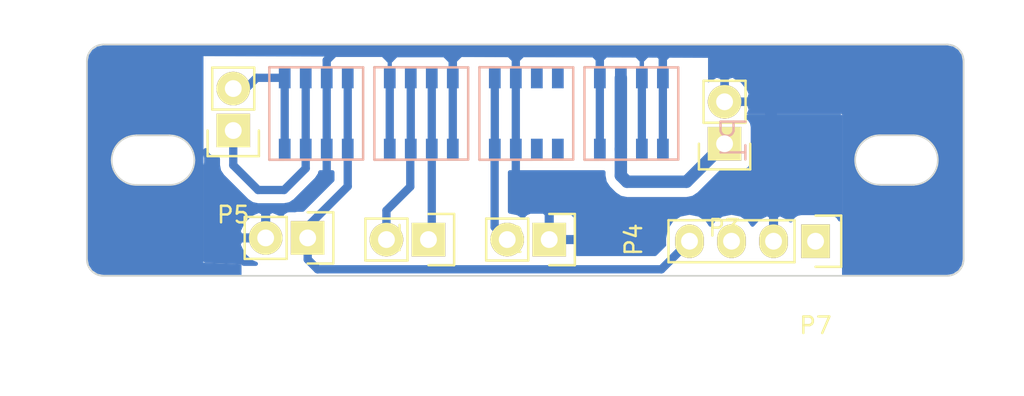
<source format=kicad_pcb>
(kicad_pcb (version 4) (host pcbnew 0.201509121501+6184~30~ubuntu14.04.1-product)

  (general
    (links 34)
    (no_connects 2)
    (area 113 112.3 174.900001 136.300001)
    (thickness 1.6)
    (drawings 96)
    (tracks 94)
    (zones 0)
    (modules 7)
    (nets 13)
  )

  (page A4)
  (layers
    (0 F.Cu signal)
    (31 B.Cu signal)
    (32 B.Adhes user)
    (33 F.Adhes user)
    (34 B.Paste user)
    (35 F.Paste user)
    (36 B.SilkS user)
    (37 F.SilkS user)
    (38 B.Mask user)
    (39 F.Mask user)
    (40 Dwgs.User user hide)
    (41 Cmts.User user hide)
    (42 Eco1.User user)
    (43 Eco2.User user)
    (44 Edge.Cuts user)
    (45 Margin user)
    (46 B.CrtYd user)
    (47 F.CrtYd user)
    (48 B.Fab user)
    (49 F.Fab user)
  )

  (setup
    (last_trace_width 0.254)
    (trace_clearance 0.254)
    (zone_clearance 0.55)
    (zone_45_only yes)
    (trace_min 0.254)
    (segment_width 0.2)
    (edge_width 0.1)
    (via_size 0.889)
    (via_drill 0.635)
    (via_min_size 0.889)
    (via_min_drill 0.508)
    (uvia_size 0.508)
    (uvia_drill 0.127)
    (uvias_allowed no)
    (uvia_min_size 0.508)
    (uvia_min_drill 0.127)
    (pcb_text_width 0.3)
    (pcb_text_size 1.5 1.5)
    (mod_edge_width 0.15)
    (mod_text_size 1 1)
    (mod_text_width 0.15)
    (pad_size 1.5 1.5)
    (pad_drill 0.6)
    (pad_to_mask_clearance 0)
    (aux_axis_origin 117.7 129.6)
    (visible_elements FFFFFF7F)
    (pcbplotparams
      (layerselection 0x01000_80000001)
      (usegerberextensions false)
      (excludeedgelayer true)
      (linewidth 0.100000)
      (plotframeref false)
      (viasonmask false)
      (mode 1)
      (useauxorigin true)
      (hpglpennumber 1)
      (hpglpenspeed 20)
      (hpglpendiameter 15)
      (hpglpenoverlay 2)
      (psnegative false)
      (psa4output false)
      (plotreference true)
      (plotvalue true)
      (plotinvisibletext false)
      (padsonsilk false)
      (subtractmaskfromsilk false)
      (outputformat 1)
      (mirror false)
      (drillshape 0)
      (scaleselection 1)
      (outputdirectory manufacturing))
  )

  (net 0 "")
  (net 1 "Net-(P1-Pad3)")
  (net 2 "Net-(P1-Pad5)")
  (net 3 "Net-(P1-Pad13)")
  (net 4 "Net-(P1-Pad6)")
  (net 5 "Net-(P1-Pad10)")
  (net 6 "Net-(P1-Pad11)")
  (net 7 "Net-(P1-Pad15)")
  (net 8 "Net-(P1-Pad8)")
  (net 9 "Net-(P1-Pad16)")
  (net 10 GND)
  (net 11 "Net-(P7-Pad1)")
  (net 12 "Net-(P7-Pad3)")

  (net_class Default "This is the default net class."
    (clearance 0.254)
    (trace_width 0.254)
    (via_dia 0.889)
    (via_drill 0.635)
    (uvia_dia 0.508)
    (uvia_drill 0.127)
  )

  (net_class 3A ""
    (clearance 0.51)
    (trace_width 0.75)
    (via_dia 0.889)
    (via_drill 0.635)
    (uvia_dia 0.508)
    (uvia_drill 0.127)
    (add_net "Net-(P1-Pad3)")
  )

  (net_class thicker ""
    (clearance 0.51)
    (trace_width 0.5)
    (via_dia 0.889)
    (via_drill 0.635)
    (uvia_dia 0.508)
    (uvia_drill 0.127)
    (add_net GND)
    (add_net "Net-(P1-Pad10)")
    (add_net "Net-(P1-Pad11)")
    (add_net "Net-(P1-Pad13)")
    (add_net "Net-(P1-Pad15)")
    (add_net "Net-(P1-Pad16)")
    (add_net "Net-(P1-Pad5)")
    (add_net "Net-(P1-Pad6)")
    (add_net "Net-(P1-Pad8)")
    (add_net "Net-(P7-Pad1)")
    (add_net "Net-(P7-Pad3)")
  )

  (module fabtotum_head_connector:IntegratedBourns_nomotor_smd (layer B.Cu) (tedit 55D5D021) (tstamp 55D5E6E2)
    (at 153 121.35 90)
    (path /55D5A6B0)
    (fp_text reference P1 (at 0.58 4.37 270) (layer B.SilkS)
      (effects (font (size 1.5 1.5) (thickness 0.15)) (justify mirror))
    )
    (fp_text value FABTOTUM_HEAD_NOMOTOR_CONNECTOR (at -4.4 -6.3 360) (layer B.Fab)
      (effects (font (size 1.5 1.5) (thickness 0.15)) (justify mirror))
    )
    (fp_line (start 4.97 1) (end -0.61 1) (layer B.SilkS) (width 0.15))
    (fp_line (start 4.97 -5.35) (end -0.61 -5.35) (layer B.SilkS) (width 0.15))
    (fp_line (start 4.97 -11.7) (end -0.61 -11.7) (layer B.SilkS) (width 0.15))
    (fp_line (start 4.97 -18.05) (end -0.61 -18.05) (layer B.SilkS) (width 0.15))
    (fp_line (start -0.61 0.99) (end -0.62 -4.67) (layer B.SilkS) (width 0.15))
    (fp_line (start -0.61 -5.36) (end -0.62 -11.02) (layer B.SilkS) (width 0.15))
    (fp_line (start -0.61 -11.71) (end -0.62 -17.37) (layer B.SilkS) (width 0.15))
    (fp_line (start -0.61 -18.06) (end -0.62 -23.72) (layer B.SilkS) (width 0.15))
    (fp_line (start 4.98 -4.67) (end 4.97 1) (layer B.SilkS) (width 0.15))
    (fp_line (start 4.98 -11.02) (end 4.97 -5.35) (layer B.SilkS) (width 0.15))
    (fp_line (start 4.98 -17.37) (end 4.97 -11.7) (layer B.SilkS) (width 0.15))
    (fp_line (start 4.98 -23.72) (end 4.97 -18.05) (layer B.SilkS) (width 0.15))
    (fp_line (start -0.62 -4.67) (end 4.98 -4.67) (layer B.SilkS) (width 0.15))
    (fp_line (start -0.62 -11.02) (end 4.98 -11.02) (layer B.SilkS) (width 0.15))
    (fp_line (start -0.62 -17.37) (end 4.98 -17.37) (layer B.SilkS) (width 0.15))
    (fp_line (start -0.62 -23.72) (end 4.98 -23.72) (layer B.SilkS) (width 0.15))
    (pad 1 smd rect (at 0.02 0.07 90) (size 1.27 0.71) (layers B.Cu B.Paste B.Mask)
      (net 10 GND))
    (pad 5 smd rect (at 0.02 -6.28 90) (size 1.27 0.71) (layers B.Cu B.Paste B.Mask)
      (net 2 "Net-(P1-Pad5)"))
    (pad 9 smd rect (at 0.02 -12.63 90) (size 1.27 0.71) (layers B.Cu B.Paste B.Mask)
      (net 10 GND))
    (pad 13 smd rect (at 0.02 -18.98 90) (size 1.27 0.71) (layers B.Cu B.Paste B.Mask)
      (net 3 "Net-(P1-Pad13)"))
    (pad 2 smd rect (at 0.02 -1.2 90) (size 1.27 0.71) (layers B.Cu B.Paste B.Mask)
      (net 10 GND))
    (pad 6 smd rect (at 0.02 -7.55 90) (size 1.27 0.71) (layers B.Cu B.Paste B.Mask)
      (net 4 "Net-(P1-Pad6)"))
    (pad 10 smd rect (at 0.02 -13.9 90) (size 1.27 0.71) (layers B.Cu B.Paste B.Mask)
      (net 5 "Net-(P1-Pad10)"))
    (pad 14 smd rect (at 0.02 -20.25 90) (size 1.27 0.71) (layers B.Cu B.Paste B.Mask)
      (net 10 GND))
    (pad 3 smd rect (at 0.02 -2.47 90) (size 1.27 0.71) (layers B.Cu B.Paste B.Mask)
      (net 1 "Net-(P1-Pad3)"))
    (pad 7 smd rect (at 0.02 -8.82 90) (size 1.27 0.71) (layers B.Cu B.Paste B.Mask)
      (net 10 GND))
    (pad 11 smd rect (at 0.02 -15.17 90) (size 1.27 0.71) (layers B.Cu B.Paste B.Mask)
      (net 6 "Net-(P1-Pad11)"))
    (pad 15 smd rect (at 0.02 -21.52 90) (size 1.27 0.71) (layers B.Cu B.Paste B.Mask)
      (net 7 "Net-(P1-Pad15)"))
    (pad 4 smd rect (at 0.02 -3.74 90) (size 1.27 0.71) (layers B.Cu B.Paste B.Mask)
      (net 10 GND))
    (pad 8 smd rect (at 0.02 -10.09 90) (size 1.27 0.71) (layers B.Cu B.Paste B.Mask)
      (net 8 "Net-(P1-Pad8)"))
    (pad 12 smd rect (at 0.02 -16.44 90) (size 1.27 0.71) (layers B.Cu B.Paste B.Mask)
      (net 10 GND))
    (pad 16 smd rect (at 0.02 -22.79 90) (size 1.27 0.71) (layers B.Cu B.Paste B.Mask)
      (net 9 "Net-(P1-Pad16)"))
    (pad 1 smd rect (at 4.34 0.07 90) (size 1.27 0.71) (layers B.Cu B.Paste B.Mask)
      (net 10 GND))
    (pad 5 smd rect (at 4.34 -6.28 90) (size 1.27 0.71) (layers B.Cu B.Paste B.Mask)
      (net 2 "Net-(P1-Pad5)"))
    (pad 9 smd rect (at 4.34 -12.63 90) (size 1.27 0.71) (layers B.Cu B.Paste B.Mask)
      (net 10 GND))
    (pad 13 smd rect (at 4.34 -18.98 90) (size 1.27 0.71) (layers B.Cu B.Paste B.Mask)
      (net 3 "Net-(P1-Pad13)"))
    (pad 2 smd rect (at 4.34 -1.2 90) (size 1.27 0.71) (layers B.Cu B.Paste B.Mask)
      (net 10 GND))
    (pad 6 smd rect (at 4.34 -7.55 90) (size 1.27 0.71) (layers B.Cu B.Paste B.Mask)
      (net 4 "Net-(P1-Pad6)"))
    (pad 10 smd rect (at 4.34 -13.9 90) (size 1.27 0.71) (layers B.Cu B.Paste B.Mask)
      (net 5 "Net-(P1-Pad10)"))
    (pad 14 smd rect (at 4.34 -20.25 90) (size 1.27 0.71) (layers B.Cu B.Paste B.Mask)
      (net 10 GND))
    (pad 3 smd rect (at 4.34 -2.47 90) (size 1.27 0.71) (layers B.Cu B.Paste B.Mask)
      (net 1 "Net-(P1-Pad3)"))
    (pad 7 smd rect (at 4.34 -8.82 90) (size 1.27 0.71) (layers B.Cu B.Paste B.Mask)
      (net 10 GND))
    (pad 11 smd rect (at 4.34 -15.17 90) (size 1.27 0.71) (layers B.Cu B.Paste B.Mask)
      (net 6 "Net-(P1-Pad11)"))
    (pad 15 smd rect (at 4.34 -21.52 90) (size 1.27 0.71) (layers B.Cu B.Paste B.Mask)
      (net 7 "Net-(P1-Pad15)"))
    (pad 4 smd rect (at 4.34 -3.74 90) (size 1.27 0.71) (layers B.Cu B.Paste B.Mask)
      (net 10 GND))
    (pad 8 smd rect (at 4.34 -10.09 90) (size 1.27 0.71) (layers B.Cu B.Paste B.Mask)
      (net 8 "Net-(P1-Pad8)"))
    (pad 12 smd rect (at 4.34 -16.44 90) (size 1.27 0.71) (layers B.Cu B.Paste B.Mask)
      (net 10 GND))
    (pad 16 smd rect (at 4.34 -22.79 90) (size 1.27 0.71) (layers B.Cu B.Paste B.Mask)
      (net 9 "Net-(P1-Pad16)"))
    (model /store/kicad_projects/FABHeadLibraries/fabtotum_head_connector.pretty/IntegratedBourns_4.wrl
      (at (xyz 0 0 0))
      (scale (xyz 0.3937 0.3937 0.3937))
      (rotate (xyz 0 0 0))
    )
  )

  (module Pin_Headers:Pin_Header_Straight_1x02 (layer F.Cu) (tedit 55F54464) (tstamp 55D5CFD2)
    (at 131.6 126.7 270)
    (descr "Through hole pin header")
    (tags "pin header")
    (path /55D5ADDB)
    (fp_text reference P2 (at 0 -5.1 270) (layer F.SilkS)
      (effects (font (size 1 1) (thickness 0.15)))
    )
    (fp_text value FAN (at 0.39 5.12 270) (layer F.Fab)
      (effects (font (size 1 1) (thickness 0.15)))
    )
    (fp_line (start 1.27 1.27) (end 1.27 3.81) (layer F.SilkS) (width 0.15))
    (fp_line (start 1.55 -1.55) (end 1.55 0) (layer F.SilkS) (width 0.15))
    (fp_line (start -1.75 -1.75) (end -1.75 4.3) (layer F.CrtYd) (width 0.05))
    (fp_line (start 1.75 -1.75) (end 1.75 4.3) (layer F.CrtYd) (width 0.05))
    (fp_line (start -1.75 -1.75) (end 1.75 -1.75) (layer F.CrtYd) (width 0.05))
    (fp_line (start -1.75 4.3) (end 1.75 4.3) (layer F.CrtYd) (width 0.05))
    (fp_line (start 1.27 1.27) (end -1.27 1.27) (layer F.SilkS) (width 0.15))
    (fp_line (start -1.55 0) (end -1.55 -1.55) (layer F.SilkS) (width 0.15))
    (fp_line (start -1.55 -1.55) (end 1.55 -1.55) (layer F.SilkS) (width 0.15))
    (fp_line (start -1.27 1.27) (end -1.27 3.81) (layer F.SilkS) (width 0.15))
    (fp_line (start -1.27 3.81) (end 1.27 3.81) (layer F.SilkS) (width 0.15))
    (pad 1 thru_hole rect (at 0 0 270) (size 2.032 2.032) (drill 1.016) (layers *.Cu *.Mask F.SilkS)
      (net 3 "Net-(P1-Pad13)"))
    (pad 2 thru_hole oval (at 0 2.54 270) (size 2.032 2.032) (drill 1.016) (layers *.Cu *.Mask F.SilkS)
      (net 10 GND))
    (model Pin_Headers/Pin_Header_Straight_1x02.wrl
      (at (xyz 0 -0.05 0))
      (scale (xyz 1 1 1))
      (rotate (xyz 0 0 90))
    )
  )

  (module Pin_Headers:Pin_Header_Straight_1x02 (layer F.Cu) (tedit 55F5448B) (tstamp 55D5CFE3)
    (at 156.8 121 180)
    (descr "Through hole pin header")
    (tags "pin header")
    (path /55D5AA1B)
    (fp_text reference P3 (at 0 -5.1 180) (layer F.SilkS)
      (effects (font (size 1 1) (thickness 0.15)))
    )
    (fp_text value HEATER (at -4.8 4.28 180) (layer F.Fab)
      (effects (font (size 1 1) (thickness 0.15)))
    )
    (fp_line (start 1.27 1.27) (end 1.27 3.81) (layer F.SilkS) (width 0.15))
    (fp_line (start 1.55 -1.55) (end 1.55 0) (layer F.SilkS) (width 0.15))
    (fp_line (start -1.75 -1.75) (end -1.75 4.3) (layer F.CrtYd) (width 0.05))
    (fp_line (start 1.75 -1.75) (end 1.75 4.3) (layer F.CrtYd) (width 0.05))
    (fp_line (start -1.75 -1.75) (end 1.75 -1.75) (layer F.CrtYd) (width 0.05))
    (fp_line (start -1.75 4.3) (end 1.75 4.3) (layer F.CrtYd) (width 0.05))
    (fp_line (start 1.27 1.27) (end -1.27 1.27) (layer F.SilkS) (width 0.15))
    (fp_line (start -1.55 0) (end -1.55 -1.55) (layer F.SilkS) (width 0.15))
    (fp_line (start -1.55 -1.55) (end 1.55 -1.55) (layer F.SilkS) (width 0.15))
    (fp_line (start -1.27 1.27) (end -1.27 3.81) (layer F.SilkS) (width 0.15))
    (fp_line (start -1.27 3.81) (end 1.27 3.81) (layer F.SilkS) (width 0.15))
    (pad 1 thru_hole rect (at 0 0 180) (size 2.032 2.032) (drill 1.016) (layers *.Cu *.Mask F.SilkS)
      (net 1 "Net-(P1-Pad3)"))
    (pad 2 thru_hole oval (at 0 2.54 180) (size 2.032 2.032) (drill 1.016) (layers *.Cu *.Mask F.SilkS)
      (net 10 GND))
    (model Pin_Headers/Pin_Header_Straight_1x02.wrl
      (at (xyz 0 -0.05 0))
      (scale (xyz 1 1 1))
      (rotate (xyz 0 0 90))
    )
  )

  (module Pin_Headers:Pin_Header_Straight_1x02 (layer F.Cu) (tedit 55F54483) (tstamp 55D5CFF4)
    (at 146.2 126.8 270)
    (descr "Through hole pin header")
    (tags "pin header")
    (path /55D5AB48)
    (fp_text reference P4 (at 0 -5.1 270) (layer F.SilkS)
      (effects (font (size 1 1) (thickness 0.15)))
    )
    (fp_text value BLOWER (at -1.35 4.5 270) (layer F.Fab)
      (effects (font (size 1 1) (thickness 0.15)))
    )
    (fp_line (start 1.27 1.27) (end 1.27 3.81) (layer F.SilkS) (width 0.15))
    (fp_line (start 1.55 -1.55) (end 1.55 0) (layer F.SilkS) (width 0.15))
    (fp_line (start -1.75 -1.75) (end -1.75 4.3) (layer F.CrtYd) (width 0.05))
    (fp_line (start 1.75 -1.75) (end 1.75 4.3) (layer F.CrtYd) (width 0.05))
    (fp_line (start -1.75 -1.75) (end 1.75 -1.75) (layer F.CrtYd) (width 0.05))
    (fp_line (start -1.75 4.3) (end 1.75 4.3) (layer F.CrtYd) (width 0.05))
    (fp_line (start 1.27 1.27) (end -1.27 1.27) (layer F.SilkS) (width 0.15))
    (fp_line (start -1.55 0) (end -1.55 -1.55) (layer F.SilkS) (width 0.15))
    (fp_line (start -1.55 -1.55) (end 1.55 -1.55) (layer F.SilkS) (width 0.15))
    (fp_line (start -1.27 1.27) (end -1.27 3.81) (layer F.SilkS) (width 0.15))
    (fp_line (start -1.27 3.81) (end 1.27 3.81) (layer F.SilkS) (width 0.15))
    (pad 1 thru_hole rect (at 0 0 270) (size 2.032 2.032) (drill 1.016) (layers *.Cu *.Mask F.SilkS)
      (net 10 GND))
    (pad 2 thru_hole oval (at 0 2.54 270) (size 2.032 2.032) (drill 1.016) (layers *.Cu *.Mask F.SilkS)
      (net 8 "Net-(P1-Pad8)"))
    (model Pin_Headers/Pin_Header_Straight_1x02.wrl
      (at (xyz 0 -0.05 0))
      (scale (xyz 1 1 1))
      (rotate (xyz 0 0 90))
    )
  )

  (module Pin_Headers:Pin_Header_Straight_1x02 (layer F.Cu) (tedit 55F54458) (tstamp 55D5D005)
    (at 127.1 120.2 180)
    (descr "Through hole pin header")
    (tags "pin header")
    (path /55D5ACC0)
    (fp_text reference P5 (at 0 -5.1 180) (layer F.SilkS)
      (effects (font (size 1 1) (thickness 0.15)))
    )
    (fp_text value THERMISTOR (at 3.57 -4.02 180) (layer F.Fab)
      (effects (font (size 1 1) (thickness 0.15)))
    )
    (fp_line (start 1.27 1.27) (end 1.27 3.81) (layer F.SilkS) (width 0.15))
    (fp_line (start 1.55 -1.55) (end 1.55 0) (layer F.SilkS) (width 0.15))
    (fp_line (start -1.75 -1.75) (end -1.75 4.3) (layer F.CrtYd) (width 0.05))
    (fp_line (start 1.75 -1.75) (end 1.75 4.3) (layer F.CrtYd) (width 0.05))
    (fp_line (start -1.75 -1.75) (end 1.75 -1.75) (layer F.CrtYd) (width 0.05))
    (fp_line (start -1.75 4.3) (end 1.75 4.3) (layer F.CrtYd) (width 0.05))
    (fp_line (start 1.27 1.27) (end -1.27 1.27) (layer F.SilkS) (width 0.15))
    (fp_line (start -1.55 0) (end -1.55 -1.55) (layer F.SilkS) (width 0.15))
    (fp_line (start -1.55 -1.55) (end 1.55 -1.55) (layer F.SilkS) (width 0.15))
    (fp_line (start -1.27 1.27) (end -1.27 3.81) (layer F.SilkS) (width 0.15))
    (fp_line (start -1.27 3.81) (end 1.27 3.81) (layer F.SilkS) (width 0.15))
    (pad 1 thru_hole rect (at 0 0 180) (size 2.032 2.032) (drill 1.016) (layers *.Cu *.Mask F.SilkS)
      (net 7 "Net-(P1-Pad15)"))
    (pad 2 thru_hole oval (at 0 2.54 180) (size 2.032 2.032) (drill 1.016) (layers *.Cu *.Mask F.SilkS)
      (net 9 "Net-(P1-Pad16)"))
    (model Pin_Headers/Pin_Header_Straight_1x02.wrl
      (at (xyz 0 -0.05 0))
      (scale (xyz 1 1 1))
      (rotate (xyz 0 0 90))
    )
  )

  (module Pin_Headers:Pin_Header_Straight_1x02 (layer F.Cu) (tedit 55F54476) (tstamp 55D5DB6B)
    (at 138.9 126.8 270)
    (descr "Through hole pin header")
    (tags "pin header")
    (path /55D5D86B)
    (fp_text reference P6 (at 0 -5.1 270) (layer F.SilkS)
      (effects (font (size 1 1) (thickness 0.15)))
    )
    (fp_text value I2C (at -2.73 3.62 270) (layer F.Fab)
      (effects (font (size 1 1) (thickness 0.15)))
    )
    (fp_line (start 1.27 1.27) (end 1.27 3.81) (layer F.SilkS) (width 0.15))
    (fp_line (start 1.55 -1.55) (end 1.55 0) (layer F.SilkS) (width 0.15))
    (fp_line (start -1.75 -1.75) (end -1.75 4.3) (layer F.CrtYd) (width 0.05))
    (fp_line (start 1.75 -1.75) (end 1.75 4.3) (layer F.CrtYd) (width 0.05))
    (fp_line (start -1.75 -1.75) (end 1.75 -1.75) (layer F.CrtYd) (width 0.05))
    (fp_line (start -1.75 4.3) (end 1.75 4.3) (layer F.CrtYd) (width 0.05))
    (fp_line (start 1.27 1.27) (end -1.27 1.27) (layer F.SilkS) (width 0.15))
    (fp_line (start -1.55 0) (end -1.55 -1.55) (layer F.SilkS) (width 0.15))
    (fp_line (start -1.55 -1.55) (end 1.55 -1.55) (layer F.SilkS) (width 0.15))
    (fp_line (start -1.27 1.27) (end -1.27 3.81) (layer F.SilkS) (width 0.15))
    (fp_line (start -1.27 3.81) (end 1.27 3.81) (layer F.SilkS) (width 0.15))
    (pad 1 thru_hole rect (at 0 0 270) (size 2.032 2.032) (drill 1.016) (layers *.Cu *.Mask F.SilkS)
      (net 5 "Net-(P1-Pad10)"))
    (pad 2 thru_hole oval (at 0 2.54 270) (size 2.032 2.032) (drill 1.016) (layers *.Cu *.Mask F.SilkS)
      (net 6 "Net-(P1-Pad11)"))
    (model Pin_Headers/Pin_Header_Straight_1x02.wrl
      (at (xyz 0 -0.05 0))
      (scale (xyz 1 1 1))
      (rotate (xyz 0 0 90))
    )
  )

  (module Socket_Strips:Socket_Strip_Straight_1x04 (layer F.Cu) (tedit 55D5DB4A) (tstamp 55D5DB73)
    (at 162.3 126.9 180)
    (descr "Through hole socket strip")
    (tags "socket strip")
    (path /55D5D925)
    (fp_text reference P7 (at 0 -5.1 180) (layer F.SilkS)
      (effects (font (size 1 1) (thickness 0.15)))
    )
    (fp_text value Arduino_Mini_RAW_GND_RST_VCC (at 0 -3.1 180) (layer F.Fab)
      (effects (font (size 1 1) (thickness 0.15)))
    )
    (fp_line (start -1.75 -1.75) (end -1.75 1.75) (layer F.CrtYd) (width 0.05))
    (fp_line (start 9.4 -1.75) (end 9.4 1.75) (layer F.CrtYd) (width 0.05))
    (fp_line (start -1.75 -1.75) (end 9.4 -1.75) (layer F.CrtYd) (width 0.05))
    (fp_line (start -1.75 1.75) (end 9.4 1.75) (layer F.CrtYd) (width 0.05))
    (fp_line (start 1.27 -1.27) (end 8.89 -1.27) (layer F.SilkS) (width 0.15))
    (fp_line (start 1.27 1.27) (end 8.89 1.27) (layer F.SilkS) (width 0.15))
    (fp_line (start -1.55 1.55) (end 0 1.55) (layer F.SilkS) (width 0.15))
    (fp_line (start 8.89 -1.27) (end 8.89 1.27) (layer F.SilkS) (width 0.15))
    (fp_line (start 1.27 1.27) (end 1.27 -1.27) (layer F.SilkS) (width 0.15))
    (fp_line (start 0 -1.55) (end -1.55 -1.55) (layer F.SilkS) (width 0.15))
    (fp_line (start -1.55 -1.55) (end -1.55 1.55) (layer F.SilkS) (width 0.15))
    (pad 1 thru_hole rect (at 0 0 180) (size 1.7272 2.032) (drill 1.016) (layers *.Cu *.Mask F.SilkS)
      (net 11 "Net-(P7-Pad1)"))
    (pad 2 thru_hole oval (at 2.54 0 180) (size 1.7272 2.032) (drill 1.016) (layers *.Cu *.Mask F.SilkS)
      (net 10 GND))
    (pad 3 thru_hole oval (at 5.08 0 180) (size 1.7272 2.032) (drill 1.016) (layers *.Cu *.Mask F.SilkS)
      (net 12 "Net-(P7-Pad3)"))
    (pad 4 thru_hole oval (at 7.62 0 180) (size 1.7272 2.032) (drill 1.016) (layers *.Cu *.Mask F.SilkS)
      (net 3 "Net-(P1-Pad13)"))
    (model Pin_Headers/Pin_Header_Straight_1x04.wrl
      (at (xyz 0.15 0 0))
      (scale (xyz 1 1 1))
      (rotate (xyz 0 0 180))
    )
  )

  (gr_arc (start 166.1911 121.9836) (end 166.1911 120.4836) (angle -180) (layer Edge.Cuts) (width 0.1) (tstamp 55F51B05))
  (gr_line (start 166.1911 123.4836) (end 168.1911 123.4836) (layer Edge.Cuts) (width 0.1) (tstamp 55F51B04))
  (gr_arc (start 168.1911 121.9836) (end 168.1911 123.4836) (angle -180) (layer Edge.Cuts) (width 0.1) (tstamp 55F51B03))
  (gr_line (start 166.1911 120.4836) (end 168.1911 120.4836) (layer Edge.Cuts) (width 0.1) (tstamp 55F51B02))
  (gr_line (start 158.5111 117.7936) (end 157.7611 117.7936) (layer Dwgs.User) (width 0.1))
  (gr_line (start 157.7611 117.7936) (end 157.7611 122.7936) (layer Dwgs.User) (width 0.1))
  (gr_line (start 157.7611 122.7936) (end 158.5111 122.7936) (layer Dwgs.User) (width 0.1))
  (gr_line (start 158.5111 122.7936) (end 158.5111 117.7936) (layer Dwgs.User) (width 0.1))
  (gr_line (start 159.7811 122.7936) (end 159.7811 117.7936) (layer Dwgs.User) (width 0.1))
  (gr_line (start 159.7811 117.7936) (end 159.0311 117.7936) (layer Dwgs.User) (width 0.1))
  (gr_line (start 159.0311 117.7936) (end 159.0311 122.7936) (layer Dwgs.User) (width 0.1))
  (gr_line (start 159.0311 122.7936) (end 159.7811 122.7936) (layer Dwgs.User) (width 0.1))
  (gr_line (start 130.5711 117.7936) (end 129.8211 117.7936) (layer Dwgs.User) (width 0.1))
  (gr_line (start 129.8211 117.7936) (end 129.8211 122.7936) (layer Dwgs.User) (width 0.1))
  (gr_line (start 129.8211 122.7936) (end 130.5711 122.7936) (layer Dwgs.User) (width 0.1))
  (gr_line (start 130.5711 122.7936) (end 130.5711 117.7936) (layer Dwgs.User) (width 0.1))
  (gr_line (start 131.0911 117.7936) (end 131.0911 122.7936) (layer Dwgs.User) (width 0.1))
  (gr_line (start 131.0911 122.7936) (end 131.8411 122.7936) (layer Dwgs.User) (width 0.1))
  (gr_line (start 131.8411 122.7936) (end 131.8411 117.7936) (layer Dwgs.User) (width 0.1))
  (gr_line (start 131.8411 117.7936) (end 131.0911 117.7936) (layer Dwgs.User) (width 0.1))
  (gr_line (start 134.3811 122.7936) (end 134.3811 117.7936) (layer Dwgs.User) (width 0.1))
  (gr_line (start 134.3811 117.7936) (end 133.6311 117.7936) (layer Dwgs.User) (width 0.1))
  (gr_line (start 133.6311 117.7936) (end 133.6311 122.7936) (layer Dwgs.User) (width 0.1))
  (gr_line (start 133.6311 122.7936) (end 134.3811 122.7936) (layer Dwgs.User) (width 0.1))
  (gr_line (start 132.3611 122.7936) (end 133.1111 122.7936) (layer Dwgs.User) (width 0.1))
  (gr_line (start 133.1111 122.7936) (end 133.1111 117.7936) (layer Dwgs.User) (width 0.1))
  (gr_line (start 133.1111 117.7936) (end 132.3611 117.7936) (layer Dwgs.User) (width 0.1))
  (gr_line (start 132.3611 117.7936) (end 132.3611 122.7936) (layer Dwgs.User) (width 0.1))
  (gr_line (start 136.1711 117.7936) (end 136.1711 122.7936) (layer Dwgs.User) (width 0.1))
  (gr_line (start 136.1711 122.7936) (end 136.9211 122.7936) (layer Dwgs.User) (width 0.1))
  (gr_line (start 136.9211 122.7936) (end 136.9211 117.7936) (layer Dwgs.User) (width 0.1))
  (gr_line (start 136.9211 117.7936) (end 136.1711 117.7936) (layer Dwgs.User) (width 0.1))
  (gr_line (start 153.4311 122.7936) (end 153.4311 117.7936) (layer Dwgs.User) (width 0.1))
  (gr_line (start 153.4311 117.7936) (end 152.6811 117.7936) (layer Dwgs.User) (width 0.1))
  (gr_line (start 152.6811 117.7936) (end 152.6811 122.7936) (layer Dwgs.User) (width 0.1))
  (gr_line (start 152.6811 122.7936) (end 153.4311 122.7936) (layer Dwgs.User) (width 0.1))
  (gr_line (start 151.4111 122.7936) (end 152.1611 122.7936) (layer Dwgs.User) (width 0.1))
  (gr_line (start 152.1611 122.7936) (end 152.1611 117.7936) (layer Dwgs.User) (width 0.1))
  (gr_line (start 152.1611 117.7936) (end 151.4111 117.7936) (layer Dwgs.User) (width 0.1))
  (gr_line (start 151.4111 117.7936) (end 151.4111 122.7936) (layer Dwgs.User) (width 0.1))
  (gr_line (start 155.9711 122.7936) (end 155.9711 117.7936) (layer Dwgs.User) (width 0.1))
  (gr_line (start 155.9711 117.7936) (end 155.2211 117.7936) (layer Dwgs.User) (width 0.1))
  (gr_line (start 155.2211 117.7936) (end 155.2211 122.7936) (layer Dwgs.User) (width 0.1))
  (gr_line (start 155.2211 122.7936) (end 155.9711 122.7936) (layer Dwgs.User) (width 0.1))
  (gr_line (start 157.2411 117.7936) (end 156.4911 117.7936) (layer Dwgs.User) (width 0.1))
  (gr_line (start 156.4911 117.7936) (end 156.4911 122.7936) (layer Dwgs.User) (width 0.1))
  (gr_line (start 156.4911 122.7936) (end 157.2411 122.7936) (layer Dwgs.User) (width 0.1))
  (gr_line (start 157.2411 122.7936) (end 157.2411 117.7936) (layer Dwgs.User) (width 0.1))
  (gr_line (start 142.5211 122.7936) (end 143.2711 122.7936) (layer Dwgs.User) (width 0.1))
  (gr_line (start 143.2711 122.7936) (end 143.2711 117.7936) (layer Dwgs.User) (width 0.1))
  (gr_line (start 143.2711 117.7936) (end 142.5211 117.7936) (layer Dwgs.User) (width 0.1))
  (gr_line (start 142.5211 117.7936) (end 142.5211 122.7936) (layer Dwgs.User) (width 0.1))
  (gr_line (start 138.7111 117.7936) (end 138.7111 122.7936) (layer Dwgs.User) (width 0.1))
  (gr_line (start 138.7111 122.7936) (end 139.4611 122.7936) (layer Dwgs.User) (width 0.1))
  (gr_line (start 139.4611 122.7936) (end 139.4611 117.7936) (layer Dwgs.User) (width 0.1))
  (gr_line (start 139.4611 117.7936) (end 138.7111 117.7936) (layer Dwgs.User) (width 0.1))
  (gr_line (start 139.9811 122.7936) (end 140.7311 122.7936) (layer Dwgs.User) (width 0.1))
  (gr_line (start 140.7311 122.7936) (end 140.7311 117.7936) (layer Dwgs.User) (width 0.1))
  (gr_line (start 140.7311 117.7936) (end 139.9811 117.7936) (layer Dwgs.User) (width 0.1))
  (gr_line (start 139.9811 117.7936) (end 139.9811 122.7936) (layer Dwgs.User) (width 0.1))
  (gr_line (start 137.4411 117.7936) (end 137.4411 122.7936) (layer Dwgs.User) (width 0.1))
  (gr_line (start 137.4411 122.7936) (end 138.1911 122.7936) (layer Dwgs.User) (width 0.1))
  (gr_line (start 138.1911 122.7936) (end 138.1911 117.7936) (layer Dwgs.User) (width 0.1))
  (gr_line (start 138.1911 117.7936) (end 137.4411 117.7936) (layer Dwgs.User) (width 0.1))
  (gr_line (start 143.7911 122.7936) (end 144.5411 122.7936) (layer Dwgs.User) (width 0.1))
  (gr_line (start 144.5411 122.7936) (end 144.5411 117.7936) (layer Dwgs.User) (width 0.1))
  (gr_line (start 144.5411 117.7936) (end 143.7911 117.7936) (layer Dwgs.User) (width 0.1))
  (gr_line (start 143.7911 117.7936) (end 143.7911 122.7936) (layer Dwgs.User) (width 0.1))
  (gr_line (start 145.8111 122.7936) (end 145.8111 117.7936) (layer Dwgs.User) (width 0.1))
  (gr_line (start 145.8111 117.7936) (end 145.0611 117.7936) (layer Dwgs.User) (width 0.1))
  (gr_line (start 145.0611 117.7936) (end 145.0611 122.7936) (layer Dwgs.User) (width 0.1))
  (gr_line (start 145.0611 122.7936) (end 145.8111 122.7936) (layer Dwgs.User) (width 0.1))
  (gr_line (start 146.3311 122.7936) (end 147.0811 122.7936) (layer Dwgs.User) (width 0.1))
  (gr_line (start 147.0811 122.7936) (end 147.0811 117.7936) (layer Dwgs.User) (width 0.1))
  (gr_line (start 147.0811 117.7936) (end 146.3311 117.7936) (layer Dwgs.User) (width 0.1))
  (gr_line (start 146.3311 117.7936) (end 146.3311 122.7936) (layer Dwgs.User) (width 0.1))
  (gr_line (start 149.6211 117.7936) (end 148.8711 117.7936) (layer Dwgs.User) (width 0.1))
  (gr_line (start 148.8711 117.7936) (end 148.8711 122.7936) (layer Dwgs.User) (width 0.1))
  (gr_line (start 148.8711 122.7936) (end 149.6211 122.7936) (layer Dwgs.User) (width 0.1))
  (gr_line (start 149.6211 122.7936) (end 149.6211 117.7936) (layer Dwgs.User) (width 0.1))
  (gr_line (start 150.8911 117.7936) (end 150.1411 117.7936) (layer Dwgs.User) (width 0.1))
  (gr_line (start 150.1411 117.7936) (end 150.1411 122.7936) (layer Dwgs.User) (width 0.1))
  (gr_line (start 150.1411 122.7936) (end 150.8911 122.7936) (layer Dwgs.User) (width 0.1))
  (gr_line (start 150.8911 122.7936) (end 150.8911 117.7936) (layer Dwgs.User) (width 0.1))
  (gr_line (start 121.2511 120.4936) (end 123.2511 120.4936) (layer Edge.Cuts) (width 0.1))
  (gr_arc (start 123.2511 121.9936) (end 123.2511 123.4936) (angle -180) (layer Edge.Cuts) (width 0.1))
  (gr_line (start 121.2511 123.4936) (end 123.2511 123.4936) (layer Edge.Cuts) (width 0.1))
  (gr_arc (start 121.2511 121.9936) (end 121.2511 120.4936) (angle -180) (layer Edge.Cuts) (width 0.1))
  (gr_line (start 170.2511 114.9936) (end 119.2511 114.9936) (layer Edge.Cuts) (width 0.1))
  (gr_arc (start 170.2511 115.9936) (end 171.2511 115.9936) (angle -90) (layer Edge.Cuts) (width 0.1))
  (gr_arc (start 119.2511 115.9936) (end 119.2511 114.9936) (angle -90) (layer Edge.Cuts) (width 0.1))
  (gr_line (start 171.2511 127.9936) (end 171.2511 115.9936) (layer Edge.Cuts) (width 0.1))
  (gr_line (start 118.2511 115.9936) (end 118.2511 127.9936) (layer Edge.Cuts) (width 0.1))
  (gr_arc (start 170.2511 127.9936) (end 170.2511 128.9936) (angle -90) (layer Edge.Cuts) (width 0.1))
  (gr_arc (start 119.2511 127.9936) (end 118.2511 127.9936) (angle -90) (layer Edge.Cuts) (width 0.1))
  (gr_line (start 119.2511 128.9936) (end 170.2511 128.9936) (layer Edge.Cuts) (width 0.1))

  (segment (start 150.53 117.01) (end 150.53 121.33) (width 0.75) (layer B.Cu) (net 1))
  (segment (start 150.53 121.33) (end 150.53 122.93) (width 0.75) (layer B.Cu) (net 1))
  (segment (start 150.53 122.93) (end 150.9 123.3) (width 0.75) (layer B.Cu) (net 1) (tstamp 55D5E977))
  (segment (start 150.9 123.3) (end 154.5 123.3) (width 0.75) (layer B.Cu) (net 1) (tstamp 55D5E97F))
  (segment (start 154.5 123.3) (end 156.8 121) (width 0.75) (layer B.Cu) (net 1) (tstamp 55D5E984))
  (segment (start 156.8 120.64) (end 156.8 121.2) (width 0.254) (layer B.Cu) (net 1))
  (segment (start 131.6 126.7) (end 131.6 128) (width 0.5) (layer B.Cu) (net 3))
  (segment (start 152.98 128.6) (end 154.68 126.9) (width 0.5) (layer B.Cu) (net 3) (tstamp 55D5F20B))
  (segment (start 132.2 128.6) (end 152.98 128.6) (width 0.5) (layer B.Cu) (net 3) (tstamp 55D5F1FF))
  (segment (start 131.6 128) (end 132.2 128.6) (width 0.5) (layer B.Cu) (net 3) (tstamp 55D5F1F8))
  (segment (start 134.02 121.33) (end 134.02 123.58) (width 0.5) (layer B.Cu) (net 3))
  (segment (start 134.02 123.58) (end 131.6 126) (width 0.5) (layer B.Cu) (net 3) (tstamp 55D5F1E8))
  (segment (start 131.6 126) (end 131.6 126.7) (width 0.5) (layer B.Cu) (net 3) (tstamp 55D5F1EB))
  (segment (start 134.02 116.76) (end 134.02 121.08) (width 0.5) (layer B.Cu) (net 3))
  (segment (start 134.02 121.08) (end 134 121.1) (width 0.254) (layer B.Cu) (net 3) (tstamp 55D5E270))
  (segment (start 139.1 121.33) (end 139.1 126.6) (width 0.5) (layer B.Cu) (net 5))
  (segment (start 139.1 126.6) (end 138.9 126.8) (width 0.5) (layer B.Cu) (net 5) (tstamp 55D5F448))
  (segment (start 139.1 116.76) (end 139.1 121.08) (width 0.5) (layer B.Cu) (net 5))
  (segment (start 139.1 121.08) (end 138.9 121.28) (width 0.254) (layer B.Cu) (net 5) (tstamp 55D5E3C4))
  (segment (start 137.83 116.76) (end 137.83 121.08) (width 0.5) (layer B.Cu) (net 6))
  (segment (start 137.83 121.08) (end 137.8 121.11) (width 0.254) (layer B.Cu) (net 6) (tstamp 55D5E3BA))
  (segment (start 137.8 121.11) (end 137.8 123.6) (width 0.5) (layer B.Cu) (net 6) (tstamp 55D5E3BB))
  (segment (start 136.36 125.04) (end 136.36 126.8) (width 0.5) (layer B.Cu) (net 6) (tstamp 55D5E3C0))
  (segment (start 137.8 123.6) (end 136.36 125.04) (width 0.5) (layer B.Cu) (net 6) (tstamp 55D5E3BE))
  (segment (start 131.48 121.33) (end 131.48 122.491642) (width 0.5) (layer B.Cu) (net 7))
  (segment (start 127.1 122.3) (end 127.1 120.2) (width 0.5) (layer B.Cu) (net 7) (tstamp 55D61222))
  (segment (start 128.6 123.8) (end 127.1 122.3) (width 0.5) (layer B.Cu) (net 7) (tstamp 55D6121E))
  (segment (start 130.171642 123.8) (end 128.6 123.8) (width 0.5) (layer B.Cu) (net 7) (tstamp 55D61219))
  (segment (start 131.48 122.491642) (end 130.171642 123.8) (width 0.5) (layer B.Cu) (net 7) (tstamp 55D6120E))
  (segment (start 131.48 121.08) (end 131.48 116.76) (width 0.5) (layer B.Cu) (net 7))
  (segment (start 142.91 116.76) (end 142.91 121.08) (width 0.5) (layer B.Cu) (net 8))
  (segment (start 142.91 121.08) (end 142.9 121.09) (width 0.254) (layer B.Cu) (net 8) (tstamp 55D5E3C8))
  (segment (start 142.9 121.09) (end 142.9 126.04) (width 0.5) (layer B.Cu) (net 8) (tstamp 55D5E3C9))
  (segment (start 142.9 126.04) (end 143.66 126.8) (width 0.5) (layer B.Cu) (net 8) (tstamp 55D5E3CA))
  (segment (start 130.21 117.01) (end 128.51 117.01) (width 0.5) (layer B.Cu) (net 9))
  (segment (start 128.51 117.01) (end 127.86 117.66) (width 0.5) (layer B.Cu) (net 9) (tstamp 55D5E7CA))
  (segment (start 127.86 117.66) (end 127.1 117.66) (width 0.254) (layer B.Cu) (net 9) (tstamp 55D5E7CB))
  (segment (start 130.21 121.08) (end 130.21 116.76) (width 0.5) (layer B.Cu) (net 9))
  (segment (start 132.75 121.33) (end 132.75 122.95) (width 0.5) (layer B.Cu) (net 10))
  (segment (start 129.06 125.14) (end 129.06 126.7) (width 0.5) (layer B.Cu) (net 10) (tstamp 55D6120A))
  (segment (start 129.3 124.9) (end 129.06 125.14) (width 0.5) (layer B.Cu) (net 10) (tstamp 55D61205))
  (segment (start 130.8 124.9) (end 129.3 124.9) (width 0.5) (layer B.Cu) (net 10) (tstamp 55D61201))
  (segment (start 132.75 122.95) (end 130.8 124.9) (width 0.5) (layer B.Cu) (net 10) (tstamp 55D611F6))
  (segment (start 149.26 117.01) (end 149.26 121.310002) (width 0.5) (layer B.Cu) (net 10))
  (segment (start 149.26 121.310002) (end 149.279998 121.33) (width 0.5) (layer B.Cu) (net 10) (tstamp 55D5F53F))
  (segment (start 149.279998 121.33) (end 149.26 121.33) (width 0.5) (layer B.Cu) (net 10) (tstamp 55D5F541))
  (segment (start 159.76 126.9) (end 159.76 119.36) (width 0.5) (layer B.Cu) (net 10))
  (segment (start 159.76 119.36) (end 158.86 118.46) (width 0.5) (layer B.Cu) (net 10) (tstamp 55D5E819))
  (segment (start 158.86 118.46) (end 156.8 118.46) (width 0.5) (layer B.Cu) (net 10) (tstamp 55D5E81C))
  (segment (start 156.8 118.46) (end 156.8 116.3) (width 0.5) (layer B.Cu) (net 10))
  (segment (start 155.6 115.5) (end 153.4 115.5) (width 0.5) (layer B.Cu) (net 10) (tstamp 55D5E733))
  (segment (start 153.4 115.5) (end 153.07 115.83) (width 0.5) (layer B.Cu) (net 10) (tstamp 55D5E3A4))
  (segment (start 153.07 115.83) (end 153.07 116.76) (width 0.5) (layer B.Cu) (net 10) (tstamp 55D5E3A5))
  (segment (start 156.8 116.3) (end 156 115.5) (width 0.5) (layer B.Cu) (net 10) (tstamp 55D5E72F))
  (segment (start 156 115.5) (end 155.6 115.5) (width 0.5) (layer B.Cu) (net 10) (tstamp 55D5E730))
  (segment (start 144.18 121.08) (end 144.18 122.78) (width 0.5) (layer B.Cu) (net 10))
  (segment (start 144.18 122.78) (end 146.2 124.8) (width 0.5) (layer B.Cu) (net 10) (tstamp 55D5E3CE))
  (segment (start 146.2 124.8) (end 146.2 126.8) (width 0.5) (layer B.Cu) (net 10) (tstamp 55D5E3D1))
  (segment (start 149.26 116.76) (end 149.26 115.84) (width 0.5) (layer B.Cu) (net 10))
  (segment (start 149.26 115.84) (end 149.6 115.5) (width 0.5) (layer B.Cu) (net 10) (tstamp 55D5E386))
  (segment (start 149.6 115.5) (end 151.5 115.5) (width 0.5) (layer B.Cu) (net 10) (tstamp 55D5E387))
  (segment (start 151.5 115.5) (end 151.8 115.8) (width 0.5) (layer B.Cu) (net 10) (tstamp 55D5E389))
  (segment (start 151.8 115.8) (end 151.8 116.76) (width 0.254) (layer B.Cu) (net 10) (tstamp 55D5E38A))
  (segment (start 144.18 116.76) (end 144.18 115.88) (width 0.254) (layer B.Cu) (net 10))
  (segment (start 144.18 115.88) (end 144.56 115.5) (width 0.5) (layer B.Cu) (net 10) (tstamp 55D5E37E))
  (segment (start 144.56 115.5) (end 148.9 115.5) (width 0.5) (layer B.Cu) (net 10) (tstamp 55D5E37F))
  (segment (start 148.9 115.5) (end 149.26 115.86) (width 0.5) (layer B.Cu) (net 10) (tstamp 55D5E380))
  (segment (start 149.26 115.86) (end 149.26 116.76) (width 0.5) (layer B.Cu) (net 10) (tstamp 55D5E383))
  (segment (start 132.75 116.76) (end 132.75 121.08) (width 0.5) (layer B.Cu) (net 10))
  (segment (start 132.75 121.08) (end 132.7 121.13) (width 0.254) (layer B.Cu) (net 10) (tstamp 55D5E261))
  (segment (start 132.75 115.95) (end 133.2 115.5) (width 0.5) (layer B.Cu) (net 10) (tstamp 55D5E2EC))
  (segment (start 132.75 116.76) (end 132.75 115.95) (width 0.5) (layer B.Cu) (net 10))
  (segment (start 136.2 115.5) (end 136.56 115.86) (width 0.5) (layer B.Cu) (net 10) (tstamp 55D5E2F1))
  (segment (start 133.2 115.5) (end 136.2 115.5) (width 0.5) (layer B.Cu) (net 10) (tstamp 55D5E2EF))
  (segment (start 136.56 121.08) (end 136.56 116.76) (width 0.5) (layer B.Cu) (net 10))
  (segment (start 136.9 115.52) (end 139.92 115.52) (width 0.5) (layer B.Cu) (net 10) (tstamp 55D5E2FA))
  (segment (start 136.56 115.86) (end 136.9 115.52) (width 0.5) (layer B.Cu) (net 10) (tstamp 55D5E2F9))
  (segment (start 140.37 115.97) (end 140.37 116.76) (width 0.5) (layer B.Cu) (net 10) (tstamp 55D5E301))
  (segment (start 139.92 115.52) (end 140.37 115.97) (width 0.5) (layer B.Cu) (net 10) (tstamp 55D5E2FC))
  (segment (start 136.56 116.76) (end 136.56 115.86) (width 0.254) (layer B.Cu) (net 10))
  (segment (start 140.37 116.76) (end 140.37 121.08) (width 0.5) (layer B.Cu) (net 10))
  (segment (start 140.37 115.93) (end 140.8 115.5) (width 0.5) (layer B.Cu) (net 10) (tstamp 55D5E306))
  (segment (start 140.8 115.5) (end 143.8 115.5) (width 0.5) (layer B.Cu) (net 10) (tstamp 55D5E30A))
  (segment (start 143.8 115.5) (end 144.18 115.88) (width 0.5) (layer B.Cu) (net 10) (tstamp 55D5E30D))
  (segment (start 140.37 116.76) (end 140.37 115.93) (width 0.5) (layer B.Cu) (net 10))
  (segment (start 144.18 115.88) (end 144.18 121.08) (width 0.5) (layer B.Cu) (net 10) (tstamp 55D5E30F))
  (segment (start 151.8 116.76) (end 151.8 121.08) (width 0.5) (layer B.Cu) (net 10) (tstamp 55D5E321))
  (segment (start 151.7 116.66) (end 151.8 116.76) (width 0.254) (layer B.Cu) (net 10) (tstamp 55D5E320))
  (segment (start 151.8 115.8) (end 152.1 115.5) (width 0.5) (layer B.Cu) (net 10) (tstamp 55D5E337))
  (segment (start 152.1 115.5) (end 152.8 115.5) (width 0.5) (layer B.Cu) (net 10) (tstamp 55D5E339))
  (segment (start 152.8 115.5) (end 153.07 115.77) (width 0.5) (layer B.Cu) (net 10) (tstamp 55D5E33A))
  (segment (start 153.07 115.77) (end 153.07 116.76) (width 0.5) (layer B.Cu) (net 10) (tstamp 55D5E33C))
  (segment (start 151.8 116.76) (end 151.8 115.8) (width 0.254) (layer B.Cu) (net 10))
  (segment (start 153.07 121.08) (end 153.07 116.76) (width 0.5) (layer B.Cu) (net 10))

  (zone (net 0) (net_name "") (layer B.Cu) (tstamp 55D5E4F0) (hatch edge 0.508)
    (connect_pads (clearance 0.508))
    (min_thickness 0.254)
    (keepout (tracks allowed) (vias allowed) (copperpour not_allowed))
    (fill (arc_segments 16) (thermal_gap 0.508) (thermal_bridge_width 0.508))
    (polygon
      (pts
        (xy 154.3 122.6) (xy 128.9 122.6) (xy 128.9 115.9) (xy 154.3 115.9)
      )
    )
  )
  (zone (net 10) (net_name GND) (layer B.Cu) (tstamp 55D5EF6D) (hatch edge 0.508)
    (connect_pads (clearance 0.55))
    (min_thickness 0.254)
    (fill yes (arc_segments 16) (thermal_gap 0.55) (thermal_bridge_width 0.55))
    (polygon
      (pts
        (xy 174.9 136.3) (xy 164 136.3) (xy 164 134.489965) (xy 116.6 134.9) (xy 116.760869 131.2)
        (xy 116 131.2) (xy 115.9 113.6) (xy 174.9 113.6)
      )
    )
    (filled_polygon
      (pts
        (xy 133.093 123.196024) (xy 131.295287 124.993737) (xy 130.584 124.993737) (xy 130.325862 125.043822) (xy 130.098983 125.192857)
        (xy 130.012055 125.321636) (xy 129.931582 125.248578) (xy 129.470008 125.057397) (xy 129.208 125.183455) (xy 129.208 126.552)
        (xy 129.228 126.552) (xy 129.228 126.848) (xy 129.208 126.848) (xy 129.208 126.868) (xy 128.912 126.868)
        (xy 128.912 126.848) (xy 128.912 126.552) (xy 128.912 125.183455) (xy 128.649992 125.057397) (xy 128.188418 125.248578)
        (xy 127.699328 125.692601) (xy 127.417388 126.289991) (xy 127.542722 126.552) (xy 128.912 126.552) (xy 128.912 126.848)
        (xy 127.542722 126.848) (xy 127.417388 127.110009) (xy 127.699328 127.707399) (xy 128.188418 128.151422) (xy 128.466495 128.2666)
        (xy 127.727 128.2666) (xy 127.727 128.178402) (xy 125.427 128.078402) (xy 125.427 122.3221) (xy 125.464131 122.135431)
        (xy 125.464131 121.851769) (xy 125.427 121.665099) (xy 125.427 121.387437) (xy 125.443822 121.474138) (xy 125.592857 121.701017)
        (xy 125.817848 121.852888) (xy 126.084 121.906263) (xy 126.173 121.906263) (xy 126.173 122.3) (xy 126.243564 122.654748)
        (xy 126.444512 122.955488) (xy 127.944512 124.455488) (xy 128.245252 124.656436) (xy 128.245253 124.656436) (xy 128.6 124.727)
        (xy 130.171642 124.727) (xy 130.526389 124.656436) (xy 130.52639 124.656436) (xy 130.82713 124.455488) (xy 132.135488 123.14713)
        (xy 132.336436 122.84639) (xy 132.336437 122.846389) (xy 132.360184 122.727) (xy 133.093 122.727) (xy 133.093 123.196024)
      )
    )
    (filled_polygon
      (pts
        (xy 163.773 125.579008) (xy 163.654743 125.398983) (xy 163.429752 125.247112) (xy 163.1636 125.193737) (xy 161.4364 125.193737)
        (xy 161.178262 125.243822) (xy 160.951383 125.392857) (xy 160.799512 125.617848) (xy 160.794976 125.640463) (xy 160.669225 125.503644)
        (xy 160.146066 125.256157) (xy 159.908 125.38426) (xy 159.908 126.752) (xy 159.928 126.752) (xy 159.928 127.048)
        (xy 159.908 127.048) (xy 159.908 127.068) (xy 159.612 127.068) (xy 159.612 127.048) (xy 159.592 127.048)
        (xy 159.592 126.752) (xy 159.612 126.752) (xy 159.612 125.38426) (xy 159.373934 125.256157) (xy 158.850775 125.503644)
        (xy 158.490299 125.895844) (xy 158.309369 125.625063) (xy 157.809562 125.291103) (xy 157.22 125.173832) (xy 156.630438 125.291103)
        (xy 156.130631 125.625063) (xy 155.95 125.895396) (xy 155.769369 125.625063) (xy 155.269562 125.291103) (xy 154.68 125.173832)
        (xy 154.090438 125.291103) (xy 153.590631 125.625063) (xy 153.256671 126.12487) (xy 153.1394 126.714432) (xy 153.1394 127.085568)
        (xy 153.146709 127.122314) (xy 152.596024 127.673) (xy 147.893 127.673) (xy 147.893 127.11725) (xy 147.893 126.48275)
        (xy 147.893 125.649336) (xy 147.789933 125.40051) (xy 147.599489 125.210067) (xy 147.350663 125.107) (xy 147.081336 125.107)
        (xy 146.51725 125.107) (xy 146.348 125.27625) (xy 146.348 126.652) (xy 147.72375 126.652) (xy 147.893 126.48275)
        (xy 147.893 127.11725) (xy 147.72375 126.948) (xy 146.348 126.948) (xy 146.348 126.968) (xy 146.052 126.968)
        (xy 146.052 126.948) (xy 146.032 126.948) (xy 146.032 126.652) (xy 146.052 126.652) (xy 146.052 125.27625)
        (xy 145.88275 125.107) (xy 145.318664 125.107) (xy 145.049337 125.107) (xy 144.800511 125.210067) (xy 144.610067 125.40051)
        (xy 144.608734 125.403726) (xy 144.307883 125.202704) (xy 143.827 125.10705) (xy 143.827 122.727) (xy 149.478 122.727)
        (xy 149.478 122.93) (xy 149.558079 123.332583) (xy 149.786124 123.673876) (xy 150.156124 124.043876) (xy 150.497417 124.271921)
        (xy 150.9 124.352) (xy 154.5 124.352) (xy 154.902583 124.271921) (xy 155.243876 124.043876) (xy 156.581489 122.706263)
        (xy 157.816 122.706263) (xy 158.074138 122.656178) (xy 158.301017 122.507143) (xy 158.452888 122.282152) (xy 158.506263 122.016)
        (xy 158.506263 119.984) (xy 158.456178 119.725862) (xy 158.307143 119.498983) (xy 158.178363 119.412055) (xy 158.251422 119.331582)
        (xy 158.253319 119.327) (xy 163.773 119.327) (xy 163.773 124.6) (xy 163.773 125.579008)
      )
    )
  )
  (zone (net 10) (net_name GND) (layer B.Cu) (tstamp 55D5F0BE) (hatch edge 0.508)
    (priority 1)
    (connect_pads (clearance 0))
    (min_thickness 0.03)
    (fill yes (arc_segments 16) (thermal_gap 0.508) (thermal_bridge_width 0.508))
    (polygon
      (pts
        (xy 172.5 112.3) (xy 172.5 132.2) (xy 163.9 132.2) (xy 163.9 124.6) (xy 163.9 119.2)
        (xy 155.8 119.2) (xy 155.8 115.8) (xy 125.3 115.7) (xy 125.3 128.2) (xy 127.6 128.3)
        (xy 127.6 131.3) (xy 113 131.3) (xy 113 112.3)
      )
    )
    (filled_polygon
      (pts
        (xy 171.1861 127.987198) (xy 171.113751 128.35092) (xy 170.911343 128.653846) (xy 170.60842 128.856251) (xy 170.244698 128.9286)
        (xy 169.714851 128.9286) (xy 169.714851 122.006281) (xy 169.714851 121.980919) (xy 169.60067 121.406894) (xy 169.590965 121.383463)
        (xy 169.265806 120.896828) (xy 169.247872 120.878895) (xy 168.761237 120.553735) (xy 168.737806 120.54403) (xy 168.303783 120.457697)
        (xy 168.297062 120.447638) (xy 168.275974 120.433548) (xy 168.2511 120.4286) (xy 166.2511 120.4286) (xy 166.244821 120.429849)
        (xy 166.238419 120.429849) (xy 165.664394 120.54403) (xy 165.640963 120.553735) (xy 165.154328 120.878894) (xy 165.136395 120.896828)
        (xy 164.811235 121.383463) (xy 164.80153 121.406894) (xy 164.687349 121.980919) (xy 164.687349 121.98092) (xy 164.687349 122.00628)
        (xy 164.687349 122.006281) (xy 164.80153 122.580306) (xy 164.811235 122.603737) (xy 165.136395 123.090372) (xy 165.154328 123.108306)
        (xy 165.640963 123.433465) (xy 165.664394 123.44317) (xy 166.238419 123.557351) (xy 166.244821 123.557351) (xy 166.2511 123.5586)
        (xy 168.2511 123.5586) (xy 168.275974 123.553652) (xy 168.297062 123.539562) (xy 168.303783 123.529502) (xy 168.737806 123.44317)
        (xy 168.761237 123.433465) (xy 168.761237 123.433464) (xy 169.247872 123.108305) (xy 169.265805 123.090372) (xy 169.265806 123.090372)
        (xy 169.590964 122.603737) (xy 169.590965 122.603737) (xy 169.60067 122.580306) (xy 169.714851 122.006281) (xy 169.714851 128.9286)
        (xy 163.915 128.9286) (xy 163.915 124.6) (xy 163.915 119.185) (xy 158.150935 119.185) (xy 158.170467 119.160283)
        (xy 158.264223 118.933889) (xy 158.264223 117.986111) (xy 158.170467 117.759717) (xy 157.79816 117.288568) (xy 157.273892 116.995759)
        (xy 157.039 117.070403) (xy 157.039 118.221) (xy 158.187821 118.221) (xy 158.264223 117.986111) (xy 158.264223 118.933889)
        (xy 158.187821 118.699) (xy 157.039 118.699) (xy 157.039 118.719) (xy 156.561 118.719) (xy 156.561 118.699)
        (xy 156.541 118.699) (xy 156.541 118.221) (xy 156.561 118.221) (xy 156.561 117.070403) (xy 156.326108 116.995759)
        (xy 155.815 117.281218) (xy 155.815 115.785049) (xy 125.285 115.684951) (xy 125.285 128.214362) (xy 127.585 128.314362)
        (xy 127.585 128.9286) (xy 124.814851 128.9286) (xy 124.814851 122.006281) (xy 124.814851 121.980919) (xy 124.70067 121.406894)
        (xy 124.690965 121.383463) (xy 124.365806 120.896828) (xy 124.347872 120.878895) (xy 123.861237 120.553735) (xy 123.837806 120.54403)
        (xy 123.263781 120.429849) (xy 123.257378 120.429849) (xy 123.2511 120.4286) (xy 121.2511 120.4286) (xy 121.244821 120.429849)
        (xy 121.238419 120.429849) (xy 120.664394 120.54403) (xy 120.640963 120.553735) (xy 120.154328 120.878894) (xy 120.136395 120.896828)
        (xy 119.811235 121.383463) (xy 119.80153 121.406894) (xy 119.687349 121.980919) (xy 119.687349 121.98092) (xy 119.687349 122.00628)
        (xy 119.687349 122.006281) (xy 119.80153 122.580306) (xy 119.811235 122.603737) (xy 120.136395 123.090372) (xy 120.154328 123.108306)
        (xy 120.640963 123.433465) (xy 120.664394 123.44317) (xy 121.238419 123.557351) (xy 121.244821 123.557351) (xy 121.2511 123.5586)
        (xy 123.2511 123.5586) (xy 123.257378 123.557351) (xy 123.263781 123.557351) (xy 123.837806 123.44317) (xy 123.861237 123.433465)
        (xy 123.861237 123.433464) (xy 124.347872 123.108305) (xy 124.365805 123.090372) (xy 124.365806 123.090372) (xy 124.690964 122.603737)
        (xy 124.690965 122.603737) (xy 124.70067 122.580306) (xy 124.814851 122.006281) (xy 124.814851 128.9286) (xy 119.257501 128.9286)
        (xy 118.893779 128.856251) (xy 118.590853 128.653843) (xy 118.388448 128.35092) (xy 118.3161 127.987198) (xy 118.3161 116.000001)
        (xy 118.388448 115.636279) (xy 118.590853 115.333356) (xy 118.893779 115.130948) (xy 119.257501 115.0586) (xy 170.244698 115.0586)
        (xy 170.60842 115.130948) (xy 170.911343 115.333353) (xy 171.113751 115.636279) (xy 171.1861 116.000001) (xy 171.1861 127.987198)
      )
    )
  )
)

</source>
